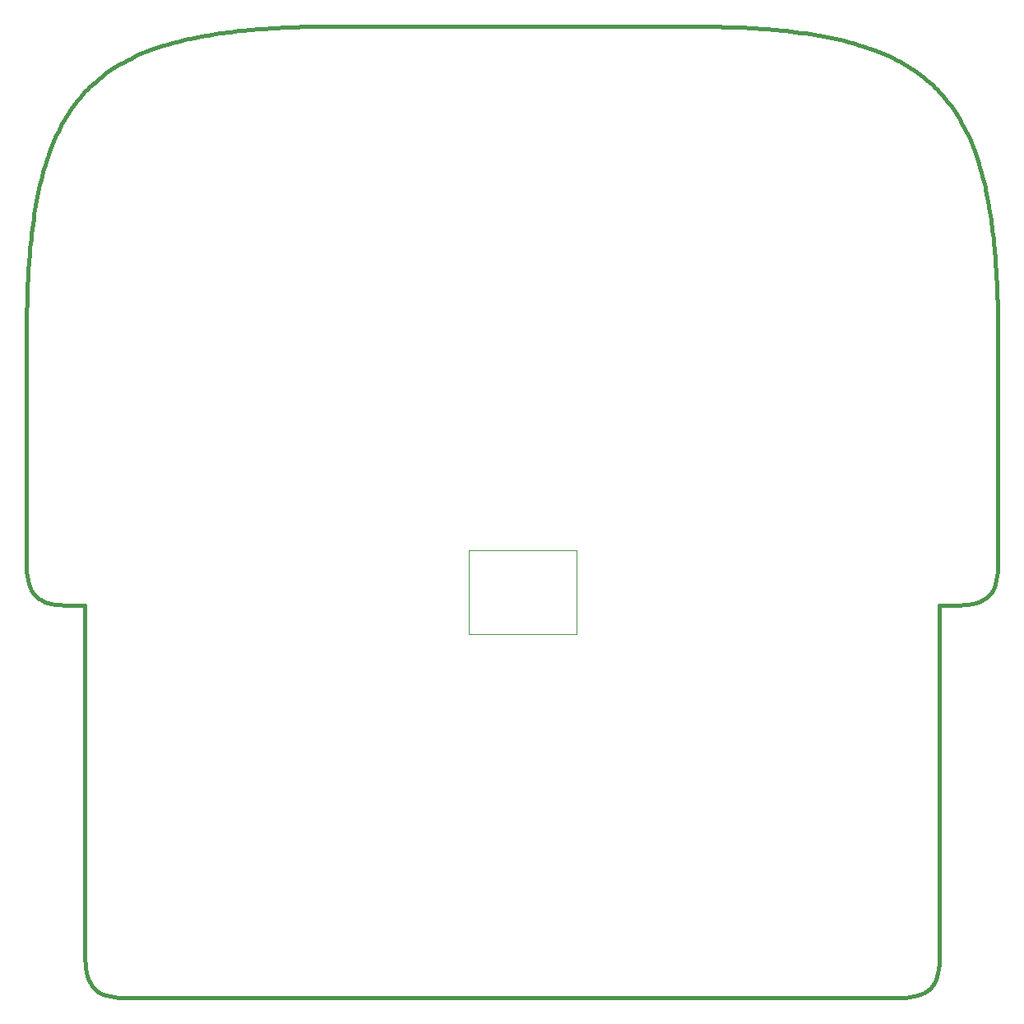
<source format=gbr>
G04 #@! TF.GenerationSoftware,KiCad,Pcbnew,(6.0.5)*
G04 #@! TF.CreationDate,2022-06-24T16:52:39-05:00*
G04 #@! TF.ProjectId,robo_car,726f626f-5f63-4617-922e-6b696361645f,1.0P*
G04 #@! TF.SameCoordinates,Original*
G04 #@! TF.FileFunction,Profile,NP*
%FSLAX46Y46*%
G04 Gerber Fmt 4.6, Leading zero omitted, Abs format (unit mm)*
G04 Created by KiCad (PCBNEW (6.0.5)) date 2022-06-24 16:52:39*
%MOMM*%
%LPD*%
G01*
G04 APERTURE LIST*
%ADD10C,0.400000*%
G04 #@! TA.AperFunction,Profile*
%ADD11C,0.400000*%
G04 #@! TD*
G04 #@! TA.AperFunction,Profile*
%ADD12C,0.050000*%
G04 #@! TD*
G04 APERTURE END LIST*
D10*
X191814848Y-149748579D02*
X192198663Y-149605112D01*
X192478757Y-149446802D01*
X131896933Y-49990000D02*
X131485596Y-49992332D01*
X131074632Y-49994929D01*
X130664413Y-49998054D01*
X130255312Y-50001971D01*
X129847701Y-50006943D01*
X129441954Y-50013236D01*
X129280261Y-50016183D01*
X199044315Y-108624197D02*
X199311491Y-108309565D01*
X199466802Y-108080999D01*
X100423947Y-72359280D02*
X100381683Y-72777685D01*
X100342468Y-73194194D01*
X100306188Y-73609454D01*
X100272731Y-74024113D01*
X100241984Y-74438817D01*
X100213833Y-74854215D01*
X100188167Y-75270953D01*
X100164872Y-75689680D01*
X100143835Y-76111043D01*
X100124944Y-76535688D01*
X100113487Y-76820930D01*
X195652875Y-58868607D02*
X195399897Y-58493618D01*
X195139846Y-58132171D01*
X194875773Y-57785850D01*
X194610727Y-57456243D01*
X194347759Y-57144935D01*
X194026615Y-56783952D01*
X193719440Y-56457140D01*
X193601816Y-56336678D01*
X198710668Y-66630529D02*
X198613682Y-66205742D01*
X198512112Y-65785501D01*
X198405089Y-65368146D01*
X198291745Y-64952016D01*
X102187067Y-63457678D02*
X102047018Y-63883763D01*
X101926192Y-64270774D01*
X101809190Y-64665480D01*
X101710232Y-65017099D01*
X197267397Y-61951480D02*
X197083437Y-61531989D01*
X196915694Y-61167742D01*
X196730847Y-60784086D01*
X196529990Y-60386617D01*
X196314218Y-59980930D01*
X196084626Y-59572622D01*
X195842307Y-59167289D01*
X195652875Y-58868607D01*
X199983817Y-79260261D02*
X199973714Y-78791329D01*
X199961392Y-78325511D01*
X199946928Y-77862681D01*
X199930396Y-77402711D01*
X199911872Y-76945478D01*
X199905269Y-76793654D01*
D11*
X193987641Y-109589883D02*
X193987641Y-146127258D01*
D10*
X103471507Y-60406178D02*
X103271473Y-60805358D01*
X103079022Y-61210778D01*
X102896314Y-61616587D01*
X102725510Y-62016937D01*
X113412333Y-52189345D02*
X113026851Y-52321123D01*
X112640216Y-52462375D01*
X112224831Y-52626546D01*
X111971480Y-52732603D01*
D11*
X168123067Y-49990000D02*
X131896933Y-49990000D01*
X193987641Y-109589883D02*
X196147258Y-109589883D01*
D10*
X177640720Y-50403947D02*
X177222314Y-50361683D01*
X176805805Y-50322468D01*
X176390545Y-50286188D01*
X175975886Y-50252731D01*
X175561182Y-50221984D01*
X175145784Y-50193833D01*
X174729046Y-50168167D01*
X174310319Y-50144872D01*
X173888956Y-50123835D01*
X173464311Y-50104944D01*
X173179070Y-50093487D01*
X100941380Y-68491982D02*
X100875142Y-68899154D01*
X100807567Y-69338401D01*
X100739546Y-69804575D01*
X100671970Y-70292533D01*
X100605730Y-70797128D01*
X100541719Y-71313215D01*
X100480827Y-71835647D01*
X100423947Y-72359280D01*
X183304800Y-51275003D02*
X182887738Y-51183236D01*
X182463097Y-51095547D01*
X182068995Y-51019997D01*
X181639281Y-50943614D01*
X181508018Y-50921380D01*
X114972016Y-51708255D02*
X114568611Y-51824670D01*
X114170437Y-51945341D01*
X113783131Y-52067741D01*
X113412333Y-52189345D01*
D12*
X145580000Y-112540000D02*
X156610000Y-112540000D01*
X156610000Y-112540000D02*
X156610000Y-103900000D01*
X156610000Y-103900000D02*
X145580000Y-103900000D01*
X145580000Y-103900000D02*
X145580000Y-112540000D01*
D10*
X197837208Y-109348461D02*
X198221022Y-109204995D01*
X198501117Y-109046685D01*
X100010000Y-105727141D02*
X100050947Y-106139506D01*
X100095471Y-106538999D01*
X100155326Y-106963288D01*
X100240481Y-107376494D01*
X100251421Y-107417090D01*
X124497111Y-50225644D02*
X124085080Y-50255545D01*
X123675752Y-50287460D01*
X123269111Y-50321430D01*
X122865139Y-50357497D01*
X122463820Y-50395704D01*
X122330634Y-50408923D01*
X192478757Y-149446802D02*
X192810442Y-149212552D01*
X193021955Y-149024315D01*
X199466802Y-108080999D02*
X199662411Y-107719652D01*
X199768579Y-107417090D01*
X100553198Y-108080999D02*
X100787447Y-108412684D01*
X100975685Y-108624197D01*
X101710232Y-65017099D02*
X101598221Y-65437405D01*
X101491400Y-65860599D01*
X101390187Y-66281567D01*
X101295003Y-66695200D01*
X118447873Y-50932577D02*
X118050462Y-51004394D01*
X117654588Y-51079845D01*
X117261229Y-51158755D01*
X116816011Y-51252953D01*
X116650529Y-51289332D01*
X200010000Y-81876933D02*
X200007667Y-81465596D01*
X200005070Y-81054632D01*
X200001945Y-80644413D01*
X199998028Y-80235312D01*
X199993056Y-79827701D01*
X199986763Y-79421954D01*
X199983817Y-79260261D01*
X196147258Y-109589883D02*
X196559623Y-109548935D01*
X196959117Y-109504410D01*
X197383406Y-109444555D01*
X197796612Y-109359400D01*
X197837208Y-109348461D01*
X122330634Y-50408923D02*
X121882415Y-50455438D01*
X121437889Y-50504760D01*
X120997405Y-50556901D01*
X120561311Y-50611875D01*
X120314221Y-50644568D01*
X129280261Y-50016183D02*
X128811329Y-50026285D01*
X128345511Y-50038607D01*
X127882681Y-50053071D01*
X127422711Y-50069603D01*
X126965478Y-50088127D01*
X126813654Y-50094731D01*
D11*
X200010000Y-105727141D02*
X200010000Y-81876933D01*
D10*
X197810655Y-63392333D02*
X197678876Y-63006851D01*
X197537624Y-62620216D01*
X197373453Y-62204831D01*
X197267397Y-61951480D01*
X107541243Y-149446802D02*
X107902589Y-149642411D01*
X108205152Y-149748579D01*
X199067423Y-68427873D02*
X198995605Y-68030462D01*
X198920154Y-67634588D01*
X198841244Y-67241229D01*
X198747046Y-66796011D01*
X198710668Y-66630529D01*
X199768579Y-107417090D02*
X199856268Y-107013003D01*
X199917667Y-106594268D01*
X199969052Y-106139506D01*
X200010000Y-105727141D01*
X199905269Y-76793654D02*
X199884852Y-76353651D01*
X199862598Y-75916155D01*
X199838444Y-75481257D01*
X199812330Y-75049048D01*
X199784194Y-74619620D01*
X199774356Y-74477111D01*
X190124899Y-149990000D02*
X190537264Y-149949052D01*
X190936757Y-149904528D01*
X191361046Y-149844673D01*
X191774252Y-149759518D01*
X191814848Y-149748579D01*
X193444443Y-148481117D02*
X193640051Y-148119770D01*
X193746219Y-147817208D01*
X102182792Y-109348461D02*
X102586878Y-109436151D01*
X103005613Y-109497549D01*
X103460376Y-109548935D01*
X103872742Y-109589883D01*
X106998045Y-149024315D02*
X107312676Y-149291491D01*
X107541243Y-149446802D01*
X187983063Y-52705510D02*
X187573900Y-52540791D01*
X187171011Y-52388184D01*
X186768264Y-52244376D01*
X186542322Y-52167067D01*
X184982901Y-51690232D02*
X184562594Y-51578221D01*
X184139400Y-51471400D01*
X183718432Y-51370187D01*
X183304800Y-51275003D01*
X199774356Y-74477111D02*
X199744454Y-74065080D01*
X199712539Y-73655752D01*
X199678569Y-73249111D01*
X199642502Y-72845139D01*
X199604295Y-72443820D01*
X199591077Y-72310634D01*
X108888607Y-54347125D02*
X108513618Y-54600102D01*
X108152171Y-54860153D01*
X107805850Y-55124226D01*
X107476243Y-55389272D01*
X107164935Y-55652240D01*
X106803952Y-55973384D01*
X106477140Y-56280559D01*
X106356678Y-56398184D01*
X193601816Y-56336678D02*
X193288464Y-56029031D01*
X192991854Y-55756925D01*
X192663966Y-55477025D01*
X192403199Y-55267091D01*
X116650529Y-51289332D02*
X116225742Y-51386317D01*
X115805501Y-51487887D01*
X115388146Y-51594910D01*
X114972016Y-51708255D01*
X193746219Y-147817208D02*
X193833909Y-147413121D01*
X193895307Y-146994386D01*
X193946693Y-146539623D01*
X193987641Y-146127258D01*
X102725510Y-62016937D02*
X102560791Y-62426099D01*
X102408184Y-62828988D01*
X102264376Y-63231735D01*
X102187067Y-63457678D01*
X106575557Y-148481117D02*
X106809806Y-148812801D01*
X106998045Y-149024315D01*
X198501117Y-109046685D02*
X198832801Y-108812435D01*
X199044315Y-108624197D01*
X105287091Y-57596801D02*
X105012455Y-57953726D01*
X104768612Y-58285807D01*
X104528873Y-58627993D01*
X104325367Y-58932799D01*
X192403199Y-55267091D02*
X192046273Y-54992455D01*
X191714192Y-54748612D01*
X191372006Y-54508873D01*
X191067201Y-54305367D01*
X106356678Y-56398184D02*
X106049031Y-56711535D01*
X105776925Y-57008145D01*
X105497025Y-57336033D01*
X105287091Y-57596801D01*
D11*
X106032359Y-109589883D02*
X103872742Y-109589883D01*
D10*
X199355432Y-70294221D02*
X199298093Y-69880669D01*
X199237820Y-69470832D01*
X199174336Y-69063832D01*
X199107364Y-68658787D01*
X199067423Y-68427873D01*
X100975685Y-108624197D02*
X101290317Y-108891373D01*
X101518883Y-109046685D01*
X189593822Y-53451507D02*
X189194641Y-53251473D01*
X188789221Y-53059022D01*
X188383412Y-52876314D01*
X187983063Y-52705510D01*
X101518883Y-109046685D02*
X101880229Y-109242293D01*
X102182792Y-109348461D01*
X101295003Y-66695200D02*
X101203236Y-67112261D01*
X101115547Y-67536902D01*
X101039997Y-67931004D01*
X100963614Y-68360718D01*
X100941380Y-68491982D01*
X191067201Y-54305367D02*
X190708997Y-54078677D01*
X190345415Y-53861837D01*
X189974380Y-53653296D01*
X189593822Y-53451507D01*
X108205152Y-149748579D02*
X108609238Y-149836268D01*
X109027973Y-149897667D01*
X109482735Y-149949052D01*
X109895101Y-149990000D01*
X126813654Y-50094731D02*
X126373651Y-50115147D01*
X125936155Y-50137401D01*
X125501257Y-50161555D01*
X125069048Y-50187669D01*
X124639620Y-50215805D01*
X124497111Y-50225644D01*
X181508018Y-50921380D02*
X181100845Y-50855142D01*
X180661598Y-50787567D01*
X180195424Y-50719546D01*
X179707466Y-50651970D01*
X179202871Y-50585730D01*
X178686784Y-50521719D01*
X178164352Y-50460827D01*
X177640720Y-50403947D01*
X173179070Y-50093487D02*
X172720218Y-50076986D01*
X172256896Y-50062492D01*
X171789567Y-50049796D01*
X171318692Y-50038692D01*
X170844735Y-50028971D01*
X170368157Y-50020426D01*
X169889421Y-50012849D01*
X169408990Y-50006033D01*
X168927325Y-49999771D01*
X168444890Y-49993854D01*
X168123067Y-49990000D01*
X120314221Y-50644568D02*
X119900669Y-50701906D01*
X119490832Y-50762179D01*
X119083832Y-50825663D01*
X118678787Y-50892635D01*
X118447873Y-50932577D01*
X100251421Y-107417090D02*
X100394887Y-107800905D01*
X100553198Y-108080999D01*
X106273781Y-147817208D02*
X106417246Y-148201022D01*
X106575557Y-148481117D01*
X100113487Y-76820930D02*
X100096986Y-77279781D01*
X100082492Y-77743103D01*
X100069796Y-78210432D01*
X100058692Y-78681307D01*
X100048971Y-79155264D01*
X100040426Y-79631842D01*
X100032849Y-80110578D01*
X100026033Y-80591009D01*
X100019771Y-81072674D01*
X100013854Y-81555109D01*
X100010000Y-81876933D01*
X106032359Y-146127258D02*
X106073306Y-146539623D01*
X106117831Y-146939117D01*
X106177686Y-147363406D01*
X106262841Y-147776612D01*
X106273781Y-147817208D01*
X199591077Y-72310634D02*
X199544561Y-71862415D01*
X199495239Y-71417889D01*
X199443098Y-70977405D01*
X199388124Y-70541311D01*
X199355432Y-70294221D01*
X193021955Y-149024315D02*
X193289131Y-148709682D01*
X193444443Y-148481117D01*
X111971480Y-52732603D02*
X111551989Y-52916562D01*
X111187742Y-53084305D01*
X110804086Y-53269152D01*
X110406617Y-53470009D01*
X110000930Y-53685781D01*
X109592622Y-53915373D01*
X109187289Y-54157692D01*
X108888607Y-54347125D01*
D11*
X100010000Y-105727141D02*
X100010000Y-81876933D01*
D10*
X186542322Y-52167067D02*
X186116236Y-52027018D01*
X185729225Y-51906192D01*
X185334519Y-51789190D01*
X184982901Y-51690232D01*
D11*
X190124899Y-149990000D02*
X109895101Y-149990000D01*
D10*
X104325367Y-58932799D02*
X104098677Y-59291002D01*
X103881837Y-59654584D01*
X103673296Y-60025619D01*
X103471507Y-60406178D01*
D11*
X106032359Y-146127258D02*
X106032359Y-109589883D01*
D10*
X198291745Y-64952016D02*
X198175329Y-64548611D01*
X198054658Y-64150437D01*
X197932258Y-63763131D01*
X197810655Y-63392333D01*
M02*

</source>
